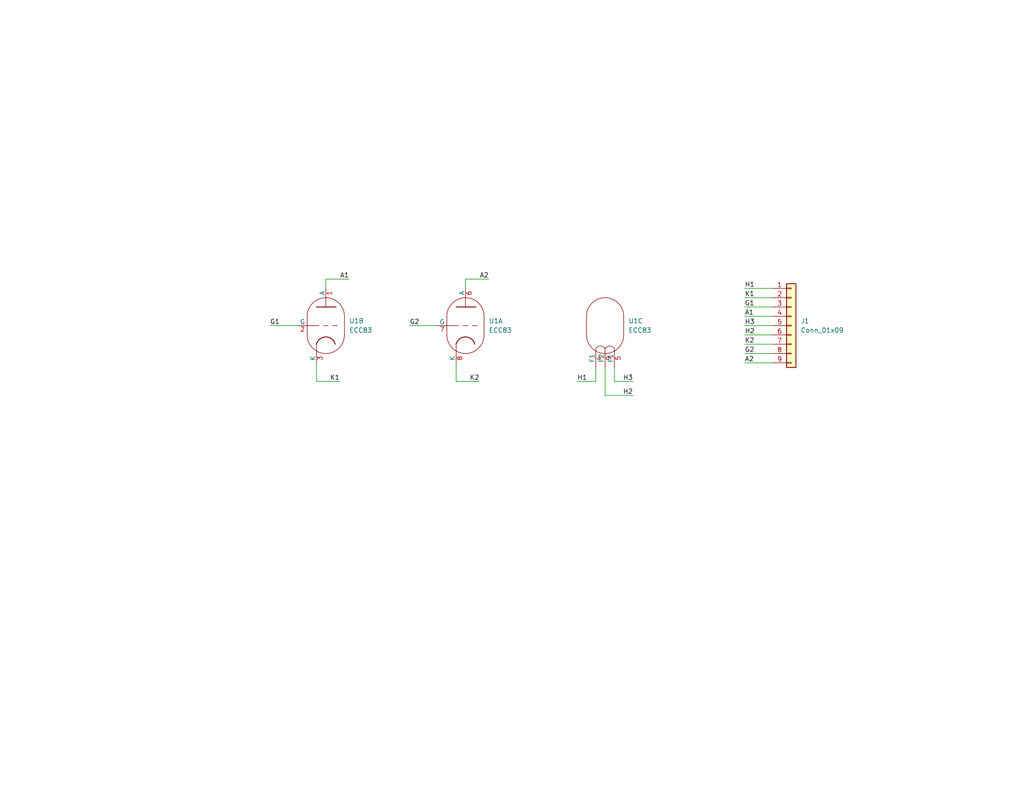
<source format=kicad_sch>
(kicad_sch (version 20211123) (generator eeschema)

  (uuid cedb66c6-0cb4-4979-b5e1-ef25ccc2a9b0)

  (paper "USLetter")

  (title_block
    (title "PCB Breakout Board for 12AX7")
    (date "2023-01-12")
    (rev "0.1")
    (company "Max Proskauer")
  )

  (lib_symbols
    (symbol "Connector_Generic:Conn_01x09" (pin_names (offset 1.016) hide) (in_bom yes) (on_board yes)
      (property "Reference" "J" (id 0) (at 0 12.7 0)
        (effects (font (size 1.27 1.27)))
      )
      (property "Value" "Conn_01x09" (id 1) (at 0 -12.7 0)
        (effects (font (size 1.27 1.27)))
      )
      (property "Footprint" "" (id 2) (at 0 0 0)
        (effects (font (size 1.27 1.27)) hide)
      )
      (property "Datasheet" "~" (id 3) (at 0 0 0)
        (effects (font (size 1.27 1.27)) hide)
      )
      (property "ki_keywords" "connector" (id 4) (at 0 0 0)
        (effects (font (size 1.27 1.27)) hide)
      )
      (property "ki_description" "Generic connector, single row, 01x09, script generated (kicad-library-utils/schlib/autogen/connector/)" (id 5) (at 0 0 0)
        (effects (font (size 1.27 1.27)) hide)
      )
      (property "ki_fp_filters" "Connector*:*_1x??_*" (id 6) (at 0 0 0)
        (effects (font (size 1.27 1.27)) hide)
      )
      (symbol "Conn_01x09_1_1"
        (rectangle (start -1.27 -10.033) (end 0 -10.287)
          (stroke (width 0.1524) (type default) (color 0 0 0 0))
          (fill (type none))
        )
        (rectangle (start -1.27 -7.493) (end 0 -7.747)
          (stroke (width 0.1524) (type default) (color 0 0 0 0))
          (fill (type none))
        )
        (rectangle (start -1.27 -4.953) (end 0 -5.207)
          (stroke (width 0.1524) (type default) (color 0 0 0 0))
          (fill (type none))
        )
        (rectangle (start -1.27 -2.413) (end 0 -2.667)
          (stroke (width 0.1524) (type default) (color 0 0 0 0))
          (fill (type none))
        )
        (rectangle (start -1.27 0.127) (end 0 -0.127)
          (stroke (width 0.1524) (type default) (color 0 0 0 0))
          (fill (type none))
        )
        (rectangle (start -1.27 2.667) (end 0 2.413)
          (stroke (width 0.1524) (type default) (color 0 0 0 0))
          (fill (type none))
        )
        (rectangle (start -1.27 5.207) (end 0 4.953)
          (stroke (width 0.1524) (type default) (color 0 0 0 0))
          (fill (type none))
        )
        (rectangle (start -1.27 7.747) (end 0 7.493)
          (stroke (width 0.1524) (type default) (color 0 0 0 0))
          (fill (type none))
        )
        (rectangle (start -1.27 10.287) (end 0 10.033)
          (stroke (width 0.1524) (type default) (color 0 0 0 0))
          (fill (type none))
        )
        (rectangle (start -1.27 11.43) (end 1.27 -11.43)
          (stroke (width 0.254) (type default) (color 0 0 0 0))
          (fill (type background))
        )
        (pin passive line (at -5.08 10.16 0) (length 3.81)
          (name "Pin_1" (effects (font (size 1.27 1.27))))
          (number "1" (effects (font (size 1.27 1.27))))
        )
        (pin passive line (at -5.08 7.62 0) (length 3.81)
          (name "Pin_2" (effects (font (size 1.27 1.27))))
          (number "2" (effects (font (size 1.27 1.27))))
        )
        (pin passive line (at -5.08 5.08 0) (length 3.81)
          (name "Pin_3" (effects (font (size 1.27 1.27))))
          (number "3" (effects (font (size 1.27 1.27))))
        )
        (pin passive line (at -5.08 2.54 0) (length 3.81)
          (name "Pin_4" (effects (font (size 1.27 1.27))))
          (number "4" (effects (font (size 1.27 1.27))))
        )
        (pin passive line (at -5.08 0 0) (length 3.81)
          (name "Pin_5" (effects (font (size 1.27 1.27))))
          (number "5" (effects (font (size 1.27 1.27))))
        )
        (pin passive line (at -5.08 -2.54 0) (length 3.81)
          (name "Pin_6" (effects (font (size 1.27 1.27))))
          (number "6" (effects (font (size 1.27 1.27))))
        )
        (pin passive line (at -5.08 -5.08 0) (length 3.81)
          (name "Pin_7" (effects (font (size 1.27 1.27))))
          (number "7" (effects (font (size 1.27 1.27))))
        )
        (pin passive line (at -5.08 -7.62 0) (length 3.81)
          (name "Pin_8" (effects (font (size 1.27 1.27))))
          (number "8" (effects (font (size 1.27 1.27))))
        )
        (pin passive line (at -5.08 -10.16 0) (length 3.81)
          (name "Pin_9" (effects (font (size 1.27 1.27))))
          (number "9" (effects (font (size 1.27 1.27))))
        )
      )
    )
    (symbol "Valve:ECC83" (pin_names (offset 0)) (in_bom yes) (on_board yes)
      (property "Reference" "U" (id 0) (at 3.302 7.874 0)
        (effects (font (size 1.27 1.27)))
      )
      (property "Value" "ECC83" (id 1) (at 8.89 -7.62 0)
        (effects (font (size 1.27 1.27)))
      )
      (property "Footprint" "Valve:Valve_Noval_P" (id 2) (at 6.858 -10.16 0)
        (effects (font (size 1.27 1.27)) hide)
      )
      (property "Datasheet" "http://www.r-type.org/pdfs/ecc83.pdf" (id 3) (at 0 0 0)
        (effects (font (size 1.27 1.27)) hide)
      )
      (property "ki_locked" "" (id 4) (at 0 0 0)
        (effects (font (size 1.27 1.27)))
      )
      (property "ki_keywords" "triode valve" (id 5) (at 0 0 0)
        (effects (font (size 1.27 1.27)) hide)
      )
      (property "ki_description" "double triode" (id 6) (at 0 0 0)
        (effects (font (size 1.27 1.27)) hide)
      )
      (property "ki_fp_filters" "VALVE*NOVAL*P*" (id 7) (at 0 0 0)
        (effects (font (size 1.27 1.27)) hide)
      )
      (symbol "ECC83_0_1"
        (arc (start -5.08 -2.54) (mid 0 -7.62) (end 5.08 -2.54)
          (stroke (width 0) (type default) (color 0 0 0 0))
          (fill (type none))
        )
        (polyline
          (pts
            (xy 5.08 2.54)
            (xy 5.08 -2.54)
          )
          (stroke (width 0) (type default) (color 0 0 0 0))
          (fill (type none))
        )
        (polyline
          (pts
            (xy -5.08 2.54)
            (xy -5.08 -2.54)
            (xy -5.08 -2.54)
          )
          (stroke (width 0) (type default) (color 0 0 0 0))
          (fill (type none))
        )
        (arc (start 5.08 2.54) (mid 0 7.62) (end -5.08 2.54)
          (stroke (width 0) (type default) (color 0 0 0 0))
          (fill (type none))
        )
      )
      (symbol "ECC83_1_0"
        (polyline
          (pts
            (xy -2.54 -5.08)
            (xy -2.54 -7.62)
          )
          (stroke (width 0) (type default) (color 0 0 0 0))
          (fill (type none))
        )
        (polyline
          (pts
            (xy 0 5.08)
            (xy 0 7.62)
          )
          (stroke (width 0) (type default) (color 0 0 0 0))
          (fill (type none))
        )
      )
      (symbol "ECC83_1_1"
        (polyline
          (pts
            (xy -5.08 0)
            (xy -3.175 0)
          )
          (stroke (width 0) (type default) (color 0 0 0 0))
          (fill (type none))
        )
        (polyline
          (pts
            (xy -1.905 0)
            (xy -3.175 0)
          )
          (stroke (width 0.1524) (type default) (color 0 0 0 0))
          (fill (type none))
        )
        (polyline
          (pts
            (xy -0.635 0)
            (xy 0.635 0)
          )
          (stroke (width 0.1524) (type default) (color 0 0 0 0))
          (fill (type none))
        )
        (polyline
          (pts
            (xy 1.905 0)
            (xy 3.175 0)
          )
          (stroke (width 0.1524) (type default) (color 0 0 0 0))
          (fill (type none))
        )
        (polyline
          (pts
            (xy -2.54 5.08)
            (xy 2.794 5.08)
            (xy 2.794 5.08)
          )
          (stroke (width 0.254) (type default) (color 0 0 0 0))
          (fill (type none))
        )
        (arc (start 2.54 -5.08) (mid 0 -3.0968) (end -2.54 -5.08)
          (stroke (width 0.254) (type default) (color 0 0 0 0))
          (fill (type none))
        )
        (pin output line (at 0 10.16 270) (length 2.54)
          (name "A" (effects (font (size 1.27 1.27))))
          (number "6" (effects (font (size 1.27 1.27))))
        )
        (pin input line (at -7.62 0 0) (length 2.54)
          (name "G" (effects (font (size 1.27 1.27))))
          (number "7" (effects (font (size 1.27 1.27))))
        )
        (pin bidirectional line (at -2.54 -10.16 90) (length 2.54)
          (name "K" (effects (font (size 1.27 1.27))))
          (number "8" (effects (font (size 1.27 1.27))))
        )
      )
      (symbol "ECC83_2_0"
        (polyline
          (pts
            (xy -2.54 -5.08)
            (xy -2.54 -7.62)
          )
          (stroke (width 0) (type default) (color 0 0 0 0))
          (fill (type none))
        )
        (polyline
          (pts
            (xy 0 5.08)
            (xy 0 7.62)
          )
          (stroke (width 0) (type default) (color 0 0 0 0))
          (fill (type none))
        )
      )
      (symbol "ECC83_2_1"
        (polyline
          (pts
            (xy -5.08 0)
            (xy -3.175 0)
          )
          (stroke (width 0) (type default) (color 0 0 0 0))
          (fill (type none))
        )
        (polyline
          (pts
            (xy -1.905 0)
            (xy -3.175 0)
          )
          (stroke (width 0.1524) (type default) (color 0 0 0 0))
          (fill (type none))
        )
        (polyline
          (pts
            (xy -0.635 0)
            (xy 0.635 0)
          )
          (stroke (width 0.1524) (type default) (color 0 0 0 0))
          (fill (type none))
        )
        (polyline
          (pts
            (xy 1.905 0)
            (xy 3.175 0)
          )
          (stroke (width 0.1524) (type default) (color 0 0 0 0))
          (fill (type none))
        )
        (polyline
          (pts
            (xy -2.54 5.08)
            (xy 2.794 5.08)
            (xy 2.794 5.08)
          )
          (stroke (width 0.254) (type default) (color 0 0 0 0))
          (fill (type none))
        )
        (arc (start 2.54 -5.08) (mid 0 -3.0968) (end -2.54 -5.08)
          (stroke (width 0.254) (type default) (color 0 0 0 0))
          (fill (type none))
        )
        (pin output line (at 0 10.16 270) (length 2.54)
          (name "A" (effects (font (size 1.27 1.27))))
          (number "1" (effects (font (size 1.27 1.27))))
        )
        (pin input line (at -7.62 0 0) (length 2.54)
          (name "G" (effects (font (size 1.27 1.27))))
          (number "2" (effects (font (size 1.27 1.27))))
        )
        (pin bidirectional line (at -2.54 -10.16 90) (length 2.54)
          (name "K" (effects (font (size 1.27 1.27))))
          (number "3" (effects (font (size 1.27 1.27))))
        )
      )
      (symbol "ECC83_3_1"
        (arc (start 0 -6.35) (mid -1.27 -5.5651) (end -2.54 -6.35)
          (stroke (width 0) (type default) (color 0 0 0 0))
          (fill (type none))
        )
        (arc (start 2.54 -6.35) (mid 1.27 -5.5651) (end 0 -6.35)
          (stroke (width 0) (type default) (color 0 0 0 0))
          (fill (type none))
        )
        (pin power_in line (at -2.54 -11.43 90) (length 5.08)
          (name "F1" (effects (font (size 1.27 1.27))))
          (number "4" (effects (font (size 1.27 1.27))))
        )
        (pin power_in line (at 2.54 -11.43 90) (length 5.08)
          (name "F1" (effects (font (size 1.27 1.27))))
          (number "5" (effects (font (size 1.27 1.27))))
        )
        (pin power_in line (at 0 -11.43 90) (length 5.08)
          (name "F2" (effects (font (size 1.27 1.27))))
          (number "9" (effects (font (size 1.27 1.27))))
        )
      )
    )
  )


  (wire (pts (xy 162.56 104.14) (xy 157.48 104.14))
    (stroke (width 0) (type default) (color 0 0 0 0))
    (uuid 0248702e-c31f-46d8-97d0-66f60ec400ac)
  )
  (wire (pts (xy 92.71 104.14) (xy 86.36 104.14))
    (stroke (width 0) (type default) (color 0 0 0 0))
    (uuid 07dea292-0fb4-4c3e-a214-ea2c4c77f65c)
  )
  (wire (pts (xy 167.64 100.33) (xy 167.64 104.14))
    (stroke (width 0) (type default) (color 0 0 0 0))
    (uuid 0e448d23-7d01-437d-90ff-bee7a10dddf3)
  )
  (wire (pts (xy 165.1 107.95) (xy 172.72 107.95))
    (stroke (width 0) (type default) (color 0 0 0 0))
    (uuid 1425e0e6-5a65-4be3-a290-4aa92271c06f)
  )
  (wire (pts (xy 73.66 88.9) (xy 81.28 88.9))
    (stroke (width 0) (type default) (color 0 0 0 0))
    (uuid 1bdec034-16fa-42a8-81af-45cdf6a84721)
  )
  (wire (pts (xy 124.46 99.06) (xy 124.46 104.14))
    (stroke (width 0) (type default) (color 0 0 0 0))
    (uuid 20c738f1-b767-4eae-a1f0-a40af8cd4ed4)
  )
  (wire (pts (xy 203.2 93.98) (xy 210.82 93.98))
    (stroke (width 0) (type default) (color 0 0 0 0))
    (uuid 2638d3ff-99e3-4bc5-b629-91e4fba6b88f)
  )
  (wire (pts (xy 203.2 91.44) (xy 210.82 91.44))
    (stroke (width 0) (type default) (color 0 0 0 0))
    (uuid 385d4e23-9bef-4eb4-b9e4-5d2ed802e135)
  )
  (wire (pts (xy 203.2 88.9) (xy 210.82 88.9))
    (stroke (width 0) (type default) (color 0 0 0 0))
    (uuid 410f048e-faad-41f6-82f3-c73de0cf09d2)
  )
  (wire (pts (xy 203.2 78.74) (xy 210.82 78.74))
    (stroke (width 0) (type default) (color 0 0 0 0))
    (uuid 51e58c01-ffef-43af-8fd4-07149fee8181)
  )
  (wire (pts (xy 203.2 81.28) (xy 210.82 81.28))
    (stroke (width 0) (type default) (color 0 0 0 0))
    (uuid 64cf5cb5-a66f-4645-8b70-e60282dd8213)
  )
  (wire (pts (xy 127 76.2) (xy 133.35 76.2))
    (stroke (width 0) (type default) (color 0 0 0 0))
    (uuid 6c1291ad-4bcd-469c-8927-7f5c68f15e41)
  )
  (wire (pts (xy 203.2 83.82) (xy 210.82 83.82))
    (stroke (width 0) (type default) (color 0 0 0 0))
    (uuid 7447ff64-d357-4603-8708-2d3bdacdc433)
  )
  (wire (pts (xy 162.56 100.33) (xy 162.56 104.14))
    (stroke (width 0) (type default) (color 0 0 0 0))
    (uuid 752cdbbf-9dbd-4cd4-846a-f659ba568f69)
  )
  (wire (pts (xy 203.2 96.52) (xy 210.82 96.52))
    (stroke (width 0) (type default) (color 0 0 0 0))
    (uuid 7f83b57b-3a27-4540-a7c3-d1113f6ad660)
  )
  (wire (pts (xy 86.36 104.14) (xy 86.36 99.06))
    (stroke (width 0) (type default) (color 0 0 0 0))
    (uuid 8a6f8720-baa9-48f7-a1db-04f87a27a9c0)
  )
  (wire (pts (xy 88.9 78.74) (xy 88.9 76.2))
    (stroke (width 0) (type default) (color 0 0 0 0))
    (uuid 8ee0e6b2-1542-47cd-ad5d-5821334073cf)
  )
  (wire (pts (xy 111.76 88.9) (xy 119.38 88.9))
    (stroke (width 0) (type default) (color 0 0 0 0))
    (uuid 9aaa6ad3-e69f-497f-a77d-d8b8765d7b94)
  )
  (wire (pts (xy 203.2 86.36) (xy 210.82 86.36))
    (stroke (width 0) (type default) (color 0 0 0 0))
    (uuid 9f0af18a-55e5-4b1c-b2b5-983a66b3f128)
  )
  (wire (pts (xy 88.9 76.2) (xy 95.25 76.2))
    (stroke (width 0) (type default) (color 0 0 0 0))
    (uuid c484222a-c078-44ee-bce4-3431681561f3)
  )
  (wire (pts (xy 127 78.74) (xy 127 76.2))
    (stroke (width 0) (type default) (color 0 0 0 0))
    (uuid c60501bc-3450-45e4-8fa4-664ddf95c03f)
  )
  (wire (pts (xy 124.46 104.14) (xy 130.81 104.14))
    (stroke (width 0) (type default) (color 0 0 0 0))
    (uuid d24f1ca4-e3ec-48ee-bb0e-62e4b8b07ae7)
  )
  (wire (pts (xy 165.1 100.33) (xy 165.1 107.95))
    (stroke (width 0) (type default) (color 0 0 0 0))
    (uuid de04ebf9-f33c-4a0b-9bfd-89d95b4c0507)
  )
  (wire (pts (xy 203.2 99.06) (xy 210.82 99.06))
    (stroke (width 0) (type default) (color 0 0 0 0))
    (uuid f142b826-5148-4a6d-8495-b5635f89f533)
  )
  (wire (pts (xy 167.64 104.14) (xy 172.72 104.14))
    (stroke (width 0) (type default) (color 0 0 0 0))
    (uuid f3436736-6ce8-4353-b4a9-ac74f3b17637)
  )

  (label "G1" (at 203.2 83.82 0)
    (effects (font (size 1.27 1.27)) (justify left bottom))
    (uuid 0efd06ca-be01-4f59-ab1d-1e6ca126c77c)
  )
  (label "G1" (at 73.66 88.9 0)
    (effects (font (size 1.27 1.27)) (justify left bottom))
    (uuid 1da024b4-4382-47b8-a0ed-85cc3af7764b)
  )
  (label "A2" (at 203.2 99.06 0)
    (effects (font (size 1.27 1.27)) (justify left bottom))
    (uuid 1f9fb2a3-cd2b-4756-921e-5ff59a2e6e46)
  )
  (label "K2" (at 130.81 104.14 180)
    (effects (font (size 1.27 1.27)) (justify right bottom))
    (uuid 3ec989f1-55c0-4ffa-b7ac-e12464d0a63c)
  )
  (label "H2" (at 203.2 91.44 0)
    (effects (font (size 1.27 1.27)) (justify left bottom))
    (uuid 64faf216-8842-468b-8e22-dbb22795ab1d)
  )
  (label "K1" (at 92.71 104.14 180)
    (effects (font (size 1.27 1.27)) (justify right bottom))
    (uuid 9f26d93d-ccdb-47ec-831e-8dbda0d03fbf)
  )
  (label "G2" (at 111.76 88.9 0)
    (effects (font (size 1.27 1.27)) (justify left bottom))
    (uuid b2b88c52-9805-4ba5-9158-7fb1d52be3e2)
  )
  (label "A1" (at 95.25 76.2 180)
    (effects (font (size 1.27 1.27)) (justify right bottom))
    (uuid b6d29d98-fdcc-42a0-b257-7fe0b13bdbc0)
  )
  (label "H2" (at 172.72 107.95 180)
    (effects (font (size 1.27 1.27)) (justify right bottom))
    (uuid b89191b0-9730-40dc-8534-d9ca66a3079a)
  )
  (label "H1" (at 157.48 104.14 0)
    (effects (font (size 1.27 1.27)) (justify left bottom))
    (uuid c178f755-bebc-49eb-aa9e-518322db4773)
  )
  (label "H1" (at 203.2 78.74 0)
    (effects (font (size 1.27 1.27)) (justify left bottom))
    (uuid c9203ae9-8b17-402e-8dec-eb38f27edd8b)
  )
  (label "K2" (at 203.2 93.98 0)
    (effects (font (size 1.27 1.27)) (justify left bottom))
    (uuid c9bde639-6ae0-451e-bb3b-f0a6abcd1a21)
  )
  (label "H3" (at 203.2 88.9 0)
    (effects (font (size 1.27 1.27)) (justify left bottom))
    (uuid d07cb5c1-67e2-4210-baab-2221c2cfaa97)
  )
  (label "A2" (at 133.35 76.2 180)
    (effects (font (size 1.27 1.27)) (justify right bottom))
    (uuid e8acbbeb-84d1-4d9f-bf74-4ee97cf199f7)
  )
  (label "K1" (at 203.2 81.28 0)
    (effects (font (size 1.27 1.27)) (justify left bottom))
    (uuid ecf1534e-7a40-4fb5-bffd-c3aa6f518a7b)
  )
  (label "H3" (at 172.72 104.14 180)
    (effects (font (size 1.27 1.27)) (justify right bottom))
    (uuid f5c3a80a-bfdf-4aef-acbc-39923462221b)
  )
  (label "G2" (at 203.2 96.52 0)
    (effects (font (size 1.27 1.27)) (justify left bottom))
    (uuid fcac787f-965c-4ee2-a197-f7df259d5e6c)
  )
  (label "A1" (at 203.2 86.36 0)
    (effects (font (size 1.27 1.27)) (justify left bottom))
    (uuid fd2323f6-fbb6-4915-8689-f173a6dd73da)
  )

  (symbol (lib_id "Valve:ECC83") (at 88.9 88.9 0) (unit 2)
    (in_bom yes) (on_board yes) (fields_autoplaced)
    (uuid 3b748e42-cf71-4ebf-86b0-2d022229e4b6)
    (property "Reference" "U1" (id 0) (at 95.25 87.6299 0)
      (effects (font (size 1.27 1.27)) (justify left))
    )
    (property "Value" "ECC83" (id 1) (at 95.25 90.1699 0)
      (effects (font (size 1.27 1.27)) (justify left))
    )
    (property "Footprint" "Valve:Valve_ECC-83-1" (id 2) (at 95.758 99.06 0)
      (effects (font (size 1.27 1.27)) hide)
    )
    (property "Datasheet" "http://www.r-type.org/pdfs/ecc83.pdf" (id 3) (at 88.9 88.9 0)
      (effects (font (size 1.27 1.27)) hide)
    )
    (pin "6" (uuid 45ae0bd1-4d9c-4533-9301-d9b11d356e9c))
    (pin "7" (uuid 4e29d23d-c078-45c5-b17e-12266cc375f5))
    (pin "8" (uuid 5a6553a1-422c-4bec-8b69-b1efaeed0ae9))
    (pin "1" (uuid 23acc828-9947-4949-bcbd-a31ea288a29d))
    (pin "2" (uuid b8c88b2b-c3c7-4d6b-9bb0-2b04d1559d35))
    (pin "3" (uuid 4fbbfbb1-9dcf-48e5-89ab-35d5bd5d1b0e))
    (pin "4" (uuid f51c5e5e-1272-42f2-bc58-10978185c521))
    (pin "5" (uuid 5db81219-6f00-4cd7-ac5e-ae88d053ec3d))
    (pin "9" (uuid 8f597529-0675-4221-a153-25aaf67912b4))
  )

  (symbol (lib_id "Valve:ECC83") (at 165.1 88.9 0) (unit 3)
    (in_bom yes) (on_board yes) (fields_autoplaced)
    (uuid 8685b77e-a02f-4ac0-b515-6aad8ce186bf)
    (property "Reference" "U1" (id 0) (at 171.45 87.6299 0)
      (effects (font (size 1.27 1.27)) (justify left))
    )
    (property "Value" "ECC83" (id 1) (at 171.45 90.1699 0)
      (effects (font (size 1.27 1.27)) (justify left))
    )
    (property "Footprint" "Valve:Valve_ECC-83-1" (id 2) (at 171.958 99.06 0)
      (effects (font (size 1.27 1.27)) hide)
    )
    (property "Datasheet" "http://www.r-type.org/pdfs/ecc83.pdf" (id 3) (at 165.1 88.9 0)
      (effects (font (size 1.27 1.27)) hide)
    )
    (pin "6" (uuid c47b3caf-042a-41a9-84a8-ef2ebed23976))
    (pin "7" (uuid eeddf578-1df8-432d-a85a-6a77cbfcabe7))
    (pin "8" (uuid 0f4da42e-cc91-4a82-aa1e-477c3358a648))
    (pin "1" (uuid 7fdf43d5-edca-4527-96ad-223a4b71001e))
    (pin "2" (uuid 4a5fd345-84f0-402a-9e61-10189482210b))
    (pin "3" (uuid 9aeee6a5-d472-486c-a4bb-e88b0f74775c))
    (pin "4" (uuid d25f3371-addf-482b-b520-42a2230c7426))
    (pin "5" (uuid aa5e676f-3ac0-4c1d-81ea-bb86fd2b5189))
    (pin "9" (uuid 2758728e-a6c8-4383-a659-bc95d15cbcdf))
  )

  (symbol (lib_id "Valve:ECC83") (at 127 88.9 0) (unit 1)
    (in_bom yes) (on_board yes) (fields_autoplaced)
    (uuid b99f1e04-ee9c-4ddc-bec0-6bfa50d749dc)
    (property "Reference" "U1" (id 0) (at 133.35 87.6299 0)
      (effects (font (size 1.27 1.27)) (justify left))
    )
    (property "Value" "ECC83" (id 1) (at 133.35 90.1699 0)
      (effects (font (size 1.27 1.27)) (justify left))
    )
    (property "Footprint" "Valve:Valve_ECC-83-1" (id 2) (at 133.858 99.06 0)
      (effects (font (size 1.27 1.27)) hide)
    )
    (property "Datasheet" "http://www.r-type.org/pdfs/ecc83.pdf" (id 3) (at 127 88.9 0)
      (effects (font (size 1.27 1.27)) hide)
    )
    (pin "6" (uuid 26425a35-8b18-47fe-a925-d815738990b5))
    (pin "7" (uuid f2fb3a0a-90df-497d-a835-7f29d2c60a63))
    (pin "8" (uuid 0e22b8aa-4001-4dfe-80cb-9732e09ec9eb))
    (pin "1" (uuid fab24b74-412f-4a4d-926c-da7ca9f90ef2))
    (pin "2" (uuid a30a9162-16a6-405a-964c-942f31da3d22))
    (pin "3" (uuid c75d8311-9239-401f-aede-83f2be2bf197))
    (pin "4" (uuid f5099777-5619-42d7-ba4a-2138be66c285))
    (pin "5" (uuid 56812db8-3ee6-40bd-bfda-36e72f3d7b8a))
    (pin "9" (uuid 7f71f3b7-12af-4621-80f9-b278a15d6f04))
  )

  (symbol (lib_id "Connector_Generic:Conn_01x09") (at 215.9 88.9 0) (unit 1)
    (in_bom yes) (on_board yes) (fields_autoplaced)
    (uuid ecba79f2-fe1c-416c-8aef-79e1a924df70)
    (property "Reference" "J1" (id 0) (at 218.44 87.6299 0)
      (effects (font (size 1.27 1.27)) (justify left))
    )
    (property "Value" "Conn_01x09" (id 1) (at 218.44 90.1699 0)
      (effects (font (size 1.27 1.27)) (justify left))
    )
    (property "Footprint" "Connector_PinHeader_2.54mm:PinHeader_1x09_P2.54mm_Vertical" (id 2) (at 215.9 88.9 0)
      (effects (font (size 1.27 1.27)) hide)
    )
    (property "Datasheet" "~" (id 3) (at 215.9 88.9 0)
      (effects (font (size 1.27 1.27)) hide)
    )
    (pin "1" (uuid bd2be540-1b91-461b-9628-8909dd364a63))
    (pin "2" (uuid a03582ea-58d8-4873-aedf-a26f55378b24))
    (pin "3" (uuid e062829b-8df1-4872-ab30-a5b471e5d6c8))
    (pin "4" (uuid 2ef97e36-a9eb-46e4-ad2d-d553e649fd28))
    (pin "5" (uuid 758ad843-11f8-435c-8c99-061978a85fcb))
    (pin "6" (uuid 4c1c0887-5c8a-4ac5-b238-2fdbf52d2de5))
    (pin "7" (uuid 96adfa84-d0ca-4ecf-9214-c03433c59874))
    (pin "8" (uuid 9402f2f8-1e4d-4bdb-be38-7e4c94d7a73e))
    (pin "9" (uuid 91660688-9456-4f25-981a-c1d0d3acc93c))
  )

  (sheet_instances
    (path "/" (page "1"))
  )

  (symbol_instances
    (path "/ecba79f2-fe1c-416c-8aef-79e1a924df70"
      (reference "J1") (unit 1) (value "Conn_01x09") (footprint "Connector_PinHeader_2.54mm:PinHeader_1x09_P2.54mm_Vertical")
    )
    (path "/b99f1e04-ee9c-4ddc-bec0-6bfa50d749dc"
      (reference "U1") (unit 1) (value "ECC83") (footprint "Valve:Valve_ECC-83-1")
    )
    (path "/3b748e42-cf71-4ebf-86b0-2d022229e4b6"
      (reference "U1") (unit 2) (value "ECC83") (footprint "Valve:Valve_ECC-83-1")
    )
    (path "/8685b77e-a02f-4ac0-b515-6aad8ce186bf"
      (reference "U1") (unit 3) (value "ECC83") (footprint "Valve:Valve_ECC-83-1")
    )
  )
)

</source>
